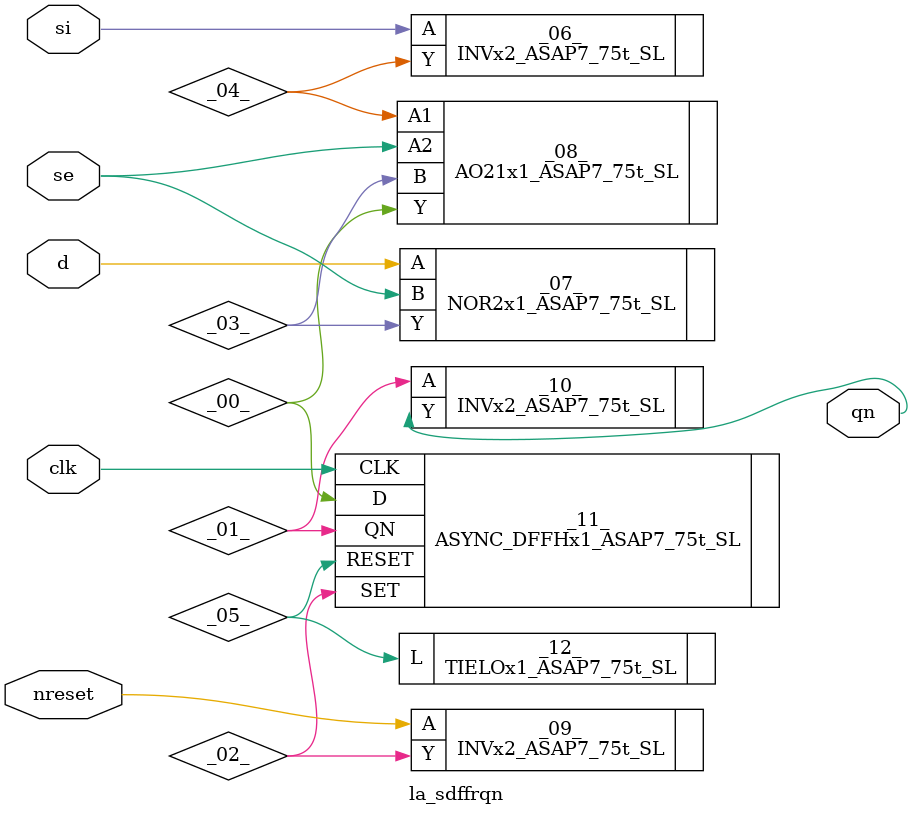
<source format=v>

/* Generated by Yosys 0.37 (git sha1 a5c7f69ed, clang 14.0.0-1ubuntu1.1 -fPIC -Os) */

module la_sdffrqn(d, si, se, clk, nreset, qn);
  wire _00_;
  wire _01_;
  wire _02_;
  wire _03_;
  wire _04_;
  wire _05_;
  input clk;
  wire clk;
  input d;
  wire d;
  input nreset;
  wire nreset;
  output qn;
  wire qn;
  input se;
  wire se;
  input si;
  wire si;
  INVx2_ASAP7_75t_SL _06_ (
    .A(si),
    .Y(_04_)
  );
  NOR2x1_ASAP7_75t_SL _07_ (
    .A(d),
    .B(se),
    .Y(_03_)
  );
  AO21x1_ASAP7_75t_SL _08_ (
    .A1(_04_),
    .A2(se),
    .B(_03_),
    .Y(_00_)
  );
  INVx2_ASAP7_75t_SL _09_ (
    .A(nreset),
    .Y(_02_)
  );
  INVx2_ASAP7_75t_SL _10_ (
    .A(_01_),
    .Y(qn)
  );
  ASYNC_DFFHx1_ASAP7_75t_SL _11_ (
    .CLK(clk),
    .D(_00_),
    .QN(_01_),
    .RESET(_05_),
    .SET(_02_)
  );
  TIELOx1_ASAP7_75t_SL _12_ (
    .L(_05_)
  );
endmodule

</source>
